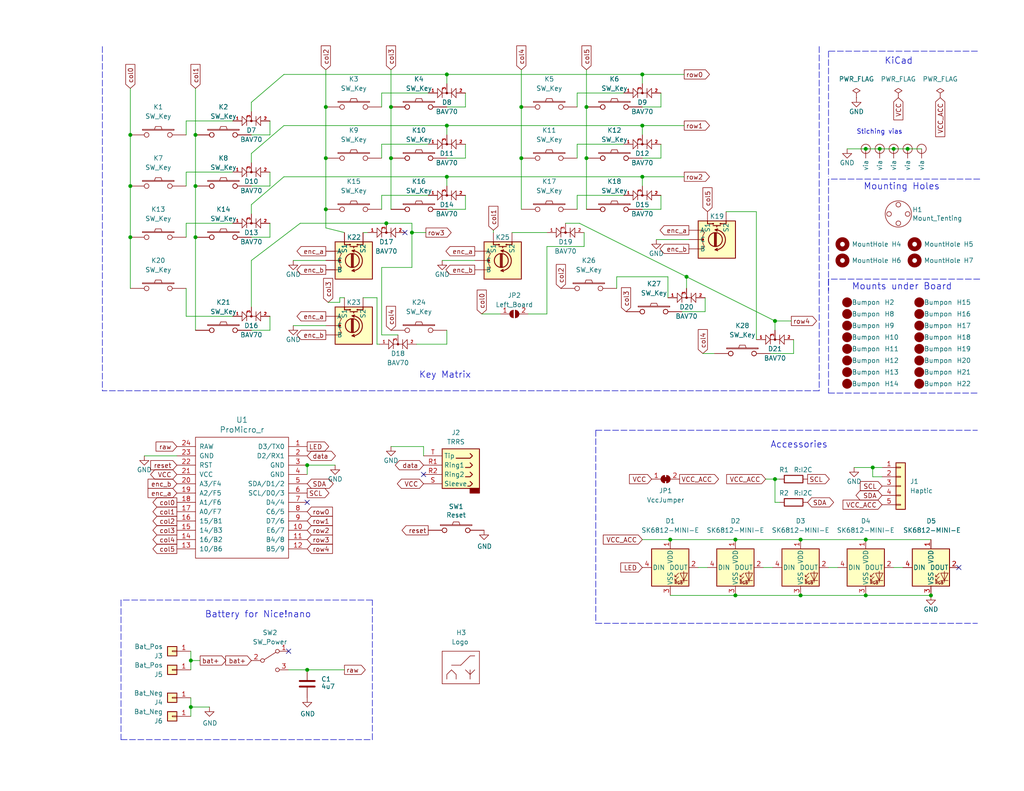
<source format=kicad_sch>
(kicad_sch (version 20211123) (generator eeschema)
  (paper "USLetter")
  (title_block (title "Hillside56 Keyboard") (date "2022-03-27") (rev "0.1.1") (company "mmccoyd") (comment 1 "The bottom row has a four-key arrow cluster and one encoder can be in any of four spots.") (comment 2 "A choc-spaced split keyboard with Ferris column stagger but more thumb and pinky keys."))
  (lib_symbols
    (symbol "Connector_Generic:Conn_01x01" (pin_names (offset 1.016) hide)
      (property "Reference" "J" (at 0 2.54 0))
      (property "Value" "Conn_01x01" (at 0 -2.54 0))
      (symbol "Conn_01x01_1_1"
        (pin passive line (at -5.08 0 0) (length 3.81) (name "Pin_1") (number "1"))
      )
    )
    (symbol "Connector_Generic:Conn_01x05" (pin_names (offset 1.016) hide)
      (property "Reference" "J" (at 0 7.62 0))
      (property "Value" "Conn_01x05" (at 0 -7.62 0))
      (symbol "Conn_01x05_1_1"
        (pin passive line (at -5.08 5.08 0) (length 3.81) (name "Pin_1") (number "1"))
        (pin passive line (at -5.08 2.54 0) (length 3.81) (name "Pin_2") (number "2"))
        (pin passive line (at -5.08 0 0) (length 3.81) (name "Pin_3") (number "3"))
        (pin passive line (at -5.08 -2.54 0) (length 3.81) (name "Pin_4") (number "4"))
        (pin passive line (at -5.08 -5.08 0) (length 3.81) (name "Pin_5") (number "5"))
      )
    )
    (symbol "Device:C" (pin_numbers hide) (pin_names (offset 0.254))
      (property "Reference" "C" (at 0.635 2.54 0))
      (property "Value" "C" (at 0.635 -2.54 0))
      (symbol "C_1_1"
        (pin passive line (at 0 3.81 270) (length 2.794) (name "~") (number "1"))
        (pin passive line (at 0 -3.81 90) (length 2.794) (name "~") (number "2"))
      )
    )
    (symbol "Device:R" (pin_numbers hide) (pin_names (offset 0))
      (property "Reference" "R" (at 2.032 0 90))
      (property "Value" "R" (at 0 0 90))
      (symbol "R_1_1"
        (pin passive line (at 0 3.81 270) (length 1.27) (name "~") (number "1"))
        (pin passive line (at 0 -3.81 90) (length 1.27) (name "~") (number "2"))
      )
    )
    (symbol "Jumper:SolderJumper_2_Bridged" (pin_names (offset 0) hide)
      (property "Reference" "JP" (at 0 2.032 0))
      (property "Value" "SolderJumper_2_Bridged" (at 0 -2.54 0))
      (symbol "SolderJumper_2_Bridged_1_1"
        (pin passive line (at -3.81 0 0) (length 2.54) (name "A") (number "1"))
        (pin passive line (at 3.81 0 180) (length 2.54) (name "B") (number "2"))
      )
    )
    (symbol "Jumper:SolderJumper_2_Open" (pin_names (offset 0) hide)
      (property "Reference" "JP" (at 0 2.032 0))
      (property "Value" "SolderJumper_2_Open" (at 0 -2.54 0))
      (symbol "SolderJumper_2_Open_1_1"
        (pin passive line (at -3.81 0 0) (length 2.54) (name "A") (number "1"))
        (pin passive line (at 3.81 0 180) (length 2.54) (name "B") (number "2"))
      )
    )
    (symbol "Mechanical:MountingHole" (pin_names (offset 1.016))
      (property "Reference" "H" (at 0 5.08 0))
      (property "Value" "MountingHole" (at 0 3.175 0))
    )
    (symbol "Switch:SW_SPDT" (pin_names (offset 0) hide)
      (property "Reference" "SW" (at 0 4.318 0))
      (property "Value" "SW_SPDT" (at 0 -5.08 0))
      (symbol "SW_SPDT_1_1"
        (pin passive line (at 5.08 2.54 180) (length 2.54) (name "A") (number "1"))
        (pin passive line (at -5.08 0 0) (length 2.54) (name "B") (number "2"))
        (pin passive line (at 5.08 -2.54 180) (length 2.54) (name "C") (number "3"))
      )
    )
    (symbol "hillside:Logo" (pin_names (offset 1.016))
      (property "Reference" "H" (at 0 -6.35 0))
      (property "Value" "Logo" (at 0 -3.81 0))
    )
    (symbol "hillside:Mount_Tenting" (pin_names (offset 1.016))
      (property "Reference" "H" (at 3.81 1.905 0))
      (property "Value" "Mount_Tenting" (at 3.81 -1.905 0))
    )
    (symbol "hillside:ProMicro_r" (pin_names (offset 1.016))
      (property "Reference" "U" (at 1.27 22.86 0))
      (property "Value" "ProMicro_r" (at 1.27 -15.24 0))
      (symbol "ProMicro_r_1_1"
        (pin bidirectional line (at 19.05 17.78 180) (length 5.08) (name "D3/TX0") (number "1"))
        (pin bidirectional line (at 19.05 -5.08 180) (length 5.08) (name "E6/7") (number "10"))
        (pin bidirectional line (at 19.05 -7.62 180) (length 5.08) (name "B4/8") (number "11"))
        (pin bidirectional line (at 19.05 -10.16 180) (length 5.08) (name "B5/9") (number "12"))
        (pin bidirectional line (at -16.51 -10.16 0) (length 5.08) (name "10/B6") (number "13"))
        (pin bidirectional line (at -16.51 -7.62 0) (length 5.08) (name "16/B2") (number "14"))
        (pin bidirectional line (at -16.51 -5.08 0) (length 5.08) (name "14/B3") (number "15"))
        (pin bidirectional line (at -16.51 -2.54 0) (length 5.08) (name "15/B1") (number "16"))
        (pin bidirectional line (at -16.51 0 0) (length 5.08) (name "A0/F7") (number "17"))
        (pin bidirectional line (at -16.51 2.54 0) (length 5.08) (name "A1/F6") (number "18"))
        (pin bidirectional line (at -16.51 5.08 0) (length 5.08) (name "A2/F5") (number "19"))
        (pin bidirectional line (at 19.05 15.24 180) (length 5.08) (name "D2/RX1") (number "2"))
        (pin bidirectional line (at -16.51 7.62 0) (length 5.08) (name "A3/F4") (number "20"))
        (pin power_in line (at -16.51 10.16 0) (length 5.08) (name "VCC") (number "21"))
        (pin input line (at -16.51 12.7 0) (length 5.08) (name "RST") (number "22"))
        (pin power_in line (at -16.51 15.24 0) (length 5.08) (name "GND") (number "23"))
        (pin power_out line (at -16.51 17.78 0) (length 5.08) (name "RAW") (number "24"))
        (pin power_in line (at 19.05 12.7 180) (length 5.08) (name "GND") (number "3"))
        (pin power_in line (at 19.05 10.16 180) (length 5.08) (name "GND") (number "4"))
        (pin bidirectional line (at 19.05 7.62 180) (length 5.08) (name "SDA/D1/2") (number "5"))
        (pin bidirectional line (at 19.05 5.08 180) (length 5.08) (name "SCL/D0/3") (number "6"))
        (pin bidirectional line (at 19.05 2.54 180) (length 5.08) (name "D4/4") (number "7"))
        (pin bidirectional line (at 19.05 0 180) (length 5.08) (name "C6/5") (number "8"))
        (pin bidirectional line (at 19.05 -2.54 180) (length 5.08) (name "D7/6") (number "9"))
      )
    )
    (symbol "hillside:SW_Key" (pin_numbers hide) (pin_names (offset 1.016) hide)
      (property "Reference" "K" (at 0 -1.016 0))
      (property "Value" "SW_Key" (at 0 -3.302 0))
      (symbol "SW_Key_0_1"
        (pin passive inverted (at -7.62 0 0) (length 5.08) (name "1") (number "1"))
        (pin passive inverted (at 7.62 0 180) (length 5.08) (name "2") (number "2"))
      )
    )
    (symbol "hillside:SW_PUSH" (pin_numbers hide) (pin_names (offset 1.016) hide)
      (property "Reference" "SW" (at 3.81 2.794 0))
      (property "Value" "SW_PUSH" (at 0 -2.032 0))
      (symbol "SW_PUSH_0_1"
        (pin passive inverted (at -7.62 0 0) (length 5.08) (name "1") (number "1"))
        (pin passive inverted (at 7.62 0 180) (length 5.08) (name "2") (number "2"))
      )
    )
    (symbol "hillside:SW_Rotary" (pin_numbers hide)
      (property "Reference" "K" (at 0 6.35 0))
      (symbol "SW_Rotary_1_1"
        (pin passive line (at -7.62 2.54 0) (length 2.54) (name "A") (number "A"))
        (pin passive line (at -7.62 -2.54 0) (length 2.54) (name "B") (number "B"))
        (pin passive line (at -7.62 0 0) (length 2.54) (name "C") (number "C"))
        (pin passive line (at -2.54 7.62 270) (length 2.54) (name "S1") (number "S1"))
        (pin passive line (at 2.54 7.62 270) (length 2.54) (name "S2") (number "S2"))
      )
    )
    (symbol "hillside:TRRS"
      (property "Reference" "J" (at 7.62 5.715 0))
      (property "Value" "TRRS" (at 6.985 -7.62 0))
      (symbol "TRRS_1_1"
        (pin passive line (at -2.54 0 0) (length 5.08) (name "Ring1") (number "R1"))
        (pin passive line (at -2.54 -2.54 0) (length 5.08) (name "Ring2") (number "R2"))
        (pin passive line (at -2.54 -5.08 0) (length 5.08) (name "Sleeve") (number "S"))
        (pin passive line (at -2.54 2.54 0) (length 5.08) (name "Tip") (number "T"))
      )
    )
    (symbol "hillside_basic:BAV70_Small" (pin_names (offset 0.762) hide)
      (property "Reference" "D" (at 0.635 -2.54 0))
      (property "Value" "BAV70_Small" (at 0 2.54 0))
      (symbol "BAV70_Small_1_1"
        (pin input line (at -5.08 0 0) (length 2.54) (name "A1") (number "1"))
        (pin input line (at 5.08 0 180) (length 2.54) (name "A2") (number "2"))
        (pin passive line (at 0 -2.54 90) (length 2.54) (name "K") (number "3"))
      )
    )
    (symbol "hillside_basic:Bumpon" (in_bom no)
      (property "Reference" "H" (at 10.16 0 0))
      (property "Value" "Bumpon" (at 1.27 0 0))
    )
    (symbol "hillside_basic:SK6812-MINI-E" (pin_names (offset 0.254))
      (property "Reference" "D" (at 5.08 5.715 0))
      (property "Value" "SK6812-MINI-E" (at 1.27 -5.715 0))
      (symbol "SK6812-MINI-E_0_0"
        (text "RGB" (at 2.286 -4.191 0) (effects (font (size 0.762 0.762))))
      )
      (symbol "SK6812-MINI-E_1_1"
        (pin power_in line (at 0 7.62 270) (length 2.54) (name "VDD") (number "1"))
        (pin output line (at 7.62 0 180) (length 2.54) (name "DOUT") (number "2"))
        (pin power_in line (at 0 -7.62 90) (length 2.54) (name "VSS") (number "3"))
        (pin input line (at -7.62 0 0) (length 2.54) (name "DIN") (number "4"))
      )
    )
    (symbol "hillside_basic:Via" (pin_numbers hide)
      (symbol "Via_1_1"
        (pin passive line (at 0 0 0) (length 2.54) (name "via") (number "1"))
      )
    )
    (symbol "power:GND" (power) (pin_names (offset 0))
      (property "Value" "GND" (at 0 -3.81 0))
      (symbol "GND_1_1"
        (pin power_in line (at 0 0 270) (length 0) hide (name "GND") (number "1"))
      )
    )
    (symbol "power:PWR_FLAG" (power) (pin_numbers hide) (pin_names (offset 0) hide)
      (property "Value" "PWR_FLAG" (at 0 3.81 0))
      (symbol "PWR_FLAG_0_0"
        (pin power_out line (at 0 0 90) (length 0) (name "pwr") (number "1"))
      )
    )
  )
  (junction (at 106.68 29.21))
  (junction (at 236.22 147.32))
  (junction (at 121.92 48.26))
  (junction (at 218.44 147.32))
  (junction (at 83.82 182.88))
  (junction (at 121.92 20.32))
  (junction (at 211.455 87.63))
  (junction (at 200.66 147.32))
  (junction (at 236.22 162.56))
  (junction (at 53.34 50.8))
  (junction (at 175.26 48.26))
  (junction (at 211.455 130.81))
  (junction (at 187.325 75.565))
  (junction (at 243.84 40.64))
  (junction (at 200.66 162.56))
  (junction (at 83.82 127))
  (junction (at 160.02 43.18))
  (junction (at 88.9 29.21))
  (junction (at 52.07 180.34))
  (junction (at 88.9 43.18))
  (junction (at 238.125 127.635))
  (junction (at 182.88 147.32))
  (junction (at 112.395 63.5))
  (junction (at 35.56 50.8))
  (junction (at 105.41 60.96))
  (junction (at 142.24 43.18))
  (junction (at 53.34 36.83))
  (junction (at 106.68 43.18))
  (junction (at 88.9 57.15))
  (junction (at 254 162.56))
  (junction (at 175.26 20.32))
  (junction (at 121.92 34.29))
  (junction (at 175.26 34.29))
  (junction (at 160.02 29.21))
  (junction (at 247.65 40.64))
  (junction (at 35.56 36.83))
  (junction (at 53.34 64.77))
  (junction (at 142.24 29.21))
  (junction (at 52.07 193.04))
  (junction (at 240.03 40.64))
  (junction (at 35.56 64.77))
  (junction (at 218.44 162.56))
  (junction (at 236.22 40.64))
  (no_connect (at 261.62 154.94))
  (no_connect (at 115.57 129.54))
  (no_connect (at 110.49 63.5))
  (no_connect (at 83.82 137.16))
  (no_connect (at 78.74 177.8))
  (wire (pts (xy 68.58 71.12) (xy 68.58 83.82)))
  (wire (pts (xy 198.12 57.785) (xy 206.375 57.785)))
  (wire (pts (xy 88.9 19.05) (xy 88.9 29.21)))
  (wire (pts (xy 68.58 27.94) (xy 77.47 20.32)))
  (wire (pts (xy 157.48 39.37) (xy 170.18 39.37)))
  (wire (pts (xy 106.68 19.05) (xy 106.68 29.21)))
  (wire (pts (xy 81.915 60.96) (xy 105.41 60.96)))
  (wire (pts (xy 127 29.21) (xy 121.92 29.21)))
  (polyline (pts (xy 162.56 170.18) (xy 266.7 170.18)))
  (wire (pts (xy 149.225 85.725) (xy 144.145 85.725)))
  (wire (pts (xy 73.66 46.99) (xy 73.66 50.8)))
  (wire (pts (xy 180.34 29.21) (xy 180.34 25.4)))
  (wire (pts (xy 120.65 71.12) (xy 129.54 71.12)))
  (wire (pts (xy 175.26 147.32) (xy 182.88 147.32)))
  (wire (pts (xy 53.34 36.83) (xy 53.34 50.8)))
  (wire (pts (xy 53.34 50.8) (xy 53.34 64.77)))
  (polyline (pts (xy 223.52 12.7) (xy 223.52 106.68)))
  (wire (pts (xy 142.24 57.15) (xy 142.24 43.18)))
  (wire (pts (xy 182.245 75.565) (xy 182.245 81.28)))
  (wire (pts (xy 131.445 85.725) (xy 136.525 85.725)))
  (wire (pts (xy 78.74 182.88) (xy 83.82 182.88)))
  (wire (pts (xy 212.725 130.81) (xy 211.455 130.81)))
  (wire (pts (xy 83.82 129.54) (xy 83.82 127)))
  (wire (pts (xy 121.92 50.8) (xy 121.92 48.26)))
  (wire (pts (xy 180.34 43.18) (xy 175.26 43.18)))
  (wire (pts (xy 112.395 60.96) (xy 112.395 63.5)))
  (polyline (pts (xy 162.56 117.475) (xy 266.7 117.475)))
  (wire (pts (xy 106.68 121.92) (xy 115.57 121.92)))
  (wire (pts (xy 134.62 62.865) (xy 134.62 63.5)))
  (wire (pts (xy 236.22 147.32) (xy 254 147.32)))
  (wire (pts (xy 218.44 147.32) (xy 236.22 147.32)))
  (wire (pts (xy 206.375 92.71) (xy 206.375 57.785)))
  (wire (pts (xy 88.9 57.15) (xy 88.9 43.18)))
  (wire (pts (xy 104.14 25.4) (xy 116.84 25.4)))
  (wire (pts (xy 158.115 60.96) (xy 187.325 75.565)))
  (wire (pts (xy 50.8 86.36) (xy 63.5 86.36)))
  (wire (pts (xy 73.66 64.77) (xy 68.58 64.77)))
  (wire (pts (xy 35.56 36.83) (xy 35.56 50.8)))
  (wire (pts (xy 121.92 22.86) (xy 121.92 20.32)))
  (wire (pts (xy 182.88 147.32) (xy 200.66 147.32)))
  (wire (pts (xy 106.68 29.21) (xy 106.68 43.18)))
  (polyline (pts (xy 101.6 163.83) (xy 33.02 163.83)))
  (wire (pts (xy 211.455 87.63) (xy 211.455 90.17)))
  (wire (pts (xy 216.535 96.52) (xy 210.185 96.52)))
  (wire (pts (xy 80.01 71.12) (xy 88.9 71.12)))
  (wire (pts (xy 68.58 55.88) (xy 77.47 48.26)))
  (wire (pts (xy 191.77 96.52) (xy 194.945 96.52)))
  (wire (pts (xy 157.48 29.21) (xy 157.48 25.4)))
  (wire (pts (xy 68.58 27.94) (xy 68.58 30.48)))
  (wire (pts (xy 159.385 67.31) (xy 149.225 67.31)))
  (wire (pts (xy 127 43.18) (xy 127 39.37)))
  (wire (pts (xy 180.34 53.34) (xy 180.34 57.15)))
  (wire (pts (xy 238.125 130.175) (xy 238.125 127.635)))
  (wire (pts (xy 104.14 57.15) (xy 104.14 53.34)))
  (wire (pts (xy 175.26 22.86) (xy 175.26 20.32)))
  (polyline (pts (xy 267.335 48.895) (xy 226.06 48.895)))
  (wire (pts (xy 35.56 24.13) (xy 35.56 36.83)))
  (wire (pts (xy 68.58 41.91) (xy 68.58 44.45)))
  (polyline (pts (xy 33.02 163.83) (xy 33.02 201.93)))
  (wire (pts (xy 77.47 20.32) (xy 121.92 20.32)))
  (wire (pts (xy 73.66 90.17) (xy 68.58 90.17)))
  (wire (pts (xy 112.395 63.5) (xy 112.395 73.025)))
  (wire (pts (xy 216.535 92.71) (xy 216.535 96.52)))
  (wire (pts (xy 52.07 190.5) (xy 52.07 193.04)))
  (wire (pts (xy 157.48 25.4) (xy 170.18 25.4)))
  (wire (pts (xy 99.06 81.28) (xy 102.87 81.28)))
  (wire (pts (xy 187.325 75.565) (xy 211.455 87.63)))
  (wire (pts (xy 83.82 127) (xy 91.44 127)))
  (wire (pts (xy 240.665 130.175) (xy 238.125 130.175)))
  (wire (pts (xy 35.56 64.77) (xy 35.56 78.74)))
  (polyline (pts (xy 226.06 48.895) (xy 226.06 79.375)))
  (wire (pts (xy 77.47 48.26) (xy 121.92 48.26)))
  (wire (pts (xy 121.92 43.18) (xy 127 43.18)))
  (polyline (pts (xy 101.6 201.93) (xy 101.6 163.83)))
  (wire (pts (xy 157.48 43.18) (xy 157.48 39.37)))
  (wire (pts (xy 83.82 182.88) (xy 93.98 182.88)))
  (wire (pts (xy 112.395 63.5) (xy 116.205 63.5)))
  (wire (pts (xy 115.57 121.92) (xy 115.57 124.46)))
  (wire (pts (xy 247.65 40.64) (xy 251.46 40.64)))
  (wire (pts (xy 218.44 162.56) (xy 236.22 162.56)))
  (wire (pts (xy 236.22 40.64) (xy 240.03 40.64)))
  (wire (pts (xy 175.26 36.83) (xy 175.26 34.29)))
  (wire (pts (xy 102.87 93.98) (xy 103.505 93.98)))
  (wire (pts (xy 211.455 87.63) (xy 215.9 87.63)))
  (wire (pts (xy 73.66 50.8) (xy 68.58 50.8)))
  (wire (pts (xy 127 57.15) (xy 127 53.34)))
  (wire (pts (xy 243.84 154.94) (xy 246.38 154.94)))
  (polyline (pts (xy 27.94 12.7) (xy 27.94 106.68)))
  (wire (pts (xy 160.02 43.18) (xy 160.02 57.15)))
  (wire (pts (xy 200.66 162.56) (xy 218.44 162.56)))
  (wire (pts (xy 53.34 64.77) (xy 53.34 90.17)))
  (wire (pts (xy 104.14 53.34) (xy 116.84 53.34)))
  (wire (pts (xy 73.66 60.96) (xy 73.66 64.77)))
  (wire (pts (xy 89.535 82.55) (xy 92.71 82.55)))
  (wire (pts (xy 121.92 48.26) (xy 175.26 48.26)))
  (wire (pts (xy 88.9 62.23) (xy 88.9 57.15)))
  (wire (pts (xy 52.07 193.04) (xy 57.15 193.04)))
  (wire (pts (xy 186.69 20.32) (xy 175.26 20.32)))
  (wire (pts (xy 180.34 39.37) (xy 180.34 43.18)))
  (polyline (pts (xy 266.7 13.97) (xy 226.06 13.97)))
  (wire (pts (xy 187.325 75.565) (xy 187.325 78.74)))
  (wire (pts (xy 168.275 78.74) (xy 168.275 75.565)))
  (wire (pts (xy 112.395 60.96) (xy 105.41 60.96)))
  (wire (pts (xy 236.22 162.56) (xy 254 162.56)))
  (polyline (pts (xy 267.335 76.2) (xy 226.06 76.2)))
  (wire (pts (xy 92.71 82.55) (xy 92.71 81.28)))
  (polyline (pts (xy 33.02 201.93) (xy 101.6 201.93)))
  (polyline (pts (xy 226.06 13.97) (xy 226.06 48.26)))
  (wire (pts (xy 139.7 63.5) (xy 149.225 63.5)))
  (wire (pts (xy 208.28 154.94) (xy 210.82 154.94)))
  (wire (pts (xy 142.24 19.05) (xy 142.24 29.21)))
  (wire (pts (xy 149.225 67.31) (xy 149.225 85.725)))
  (wire (pts (xy 238.125 127.635) (xy 233.045 127.635)))
  (wire (pts (xy 127 29.21) (xy 127 25.4)))
  (wire (pts (xy 52.07 193.04) (xy 52.07 195.58)))
  (wire (pts (xy 243.84 40.64) (xy 247.65 40.64)))
  (wire (pts (xy 186.055 85.09) (xy 192.405 85.09)))
  (wire (pts (xy 99.06 63.5) (xy 100.33 63.5)))
  (wire (pts (xy 192.405 85.09) (xy 192.405 81.28)))
  (wire (pts (xy 50.8 46.99) (xy 63.5 46.99)))
  (wire (pts (xy 154.305 60.96) (xy 158.115 60.96)))
  (wire (pts (xy 80.01 88.9) (xy 88.9 88.9)))
  (wire (pts (xy 200.66 147.32) (xy 218.44 147.32)))
  (polyline (pts (xy 226.06 107.315) (xy 266.7 107.315)))
  (wire (pts (xy 211.455 130.81) (xy 211.455 137.16)))
  (wire (pts (xy 68.58 71.12) (xy 81.915 60.96)))
  (polyline (pts (xy 162.56 117.475) (xy 162.56 170.18)))
  (wire (pts (xy 52.07 180.34) (xy 52.07 182.88)))
  (wire (pts (xy 121.92 93.98) (xy 121.92 90.17)))
  (wire (pts (xy 50.8 50.8) (xy 50.8 46.99)))
  (wire (pts (xy 35.56 50.8) (xy 35.56 64.77)))
  (wire (pts (xy 121.92 36.83) (xy 121.92 34.29)))
  (wire (pts (xy 50.8 60.96) (xy 63.5 60.96)))
  (wire (pts (xy 53.34 24.13) (xy 53.34 36.83)))
  (wire (pts (xy 50.8 36.83) (xy 50.8 33.02)))
  (wire (pts (xy 186.69 48.26) (xy 175.26 48.26)))
  (wire (pts (xy 68.58 41.91) (xy 77.47 34.29)))
  (wire (pts (xy 182.88 162.56) (xy 200.66 162.56)))
  (wire (pts (xy 88.9 62.23) (xy 93.98 63.5)))
  (wire (pts (xy 116.84 39.37) (xy 104.14 39.37)))
  (wire (pts (xy 175.26 29.21) (xy 180.34 29.21)))
  (wire (pts (xy 50.8 33.02) (xy 63.5 33.02)))
  (wire (pts (xy 142.24 43.18) (xy 142.24 29.21)))
  (wire (pts (xy 160.02 29.21) (xy 160.02 43.18)))
  (wire (pts (xy 121.92 20.32) (xy 175.26 20.32)))
  (wire (pts (xy 88.9 43.18) (xy 88.9 29.21)))
  (wire (pts (xy 211.455 137.16) (xy 212.725 137.16)))
  (wire (pts (xy 50.8 64.77) (xy 50.8 60.96)))
  (wire (pts (xy 48.26 124.46) (xy 39.37 124.46)))
  (wire (pts (xy 170.18 53.34) (xy 157.48 53.34)))
  (wire (pts (xy 52.07 177.8) (xy 52.07 180.34)))
  (wire (pts (xy 179.07 65.405) (xy 187.96 65.405)))
  (wire (pts (xy 231.14 40.64) (xy 236.22 40.64)))
  (wire (pts (xy 121.92 57.15) (xy 127 57.15)))
  (polyline (pts (xy 226.06 76.2) (xy 226.06 107.315)))
  (wire (pts (xy 73.66 36.83) (xy 68.58 36.83)))
  (wire (pts (xy 121.92 34.29) (xy 175.26 34.29)))
  (wire (pts (xy 190.5 154.94) (xy 193.04 154.94)))
  (wire (pts (xy 104.14 29.21) (xy 104.14 25.4)))
  (wire (pts (xy 92.71 81.28) (xy 93.98 81.28)))
  (wire (pts (xy 104.14 91.44) (xy 108.585 91.44)))
  (wire (pts (xy 180.34 57.15) (xy 175.26 57.15)))
  (wire (pts (xy 52.07 180.34) (xy 54.61 180.34)))
  (wire (pts (xy 160.02 19.05) (xy 160.02 29.21)))
  (wire (pts (xy 238.125 127.635) (xy 240.665 127.635)))
  (wire (pts (xy 50.8 78.74) (xy 50.8 86.36)))
  (polyline (pts (xy 223.52 106.68) (xy 27.94 106.68)))
  (wire (pts (xy 226.06 154.94) (xy 228.6 154.94)))
  (wire (pts (xy 168.275 75.565) (xy 182.245 75.565)))
  (wire (pts (xy 112.395 73.025) (xy 104.14 73.025)))
  (wire (pts (xy 175.26 34.29) (xy 186.69 34.29)))
  (wire (pts (xy 102.87 81.28) (xy 102.87 93.98)))
  (wire (pts (xy 113.665 93.98) (xy 121.92 93.98)))
  (wire (pts (xy 157.48 57.15) (xy 157.48 53.34)))
  (wire (pts (xy 73.66 33.02) (xy 73.66 36.83)))
  (wire (pts (xy 175.26 48.26) (xy 175.26 50.8)))
  (wire (pts (xy 159.385 63.5) (xy 159.385 67.31)))
  (wire (pts (xy 104.14 73.025) (xy 104.14 91.44)))
  (wire (pts (xy 104.14 43.18) (xy 104.14 39.37)))
  (wire (pts (xy 240.03 40.64) (xy 243.84 40.64)))
  (wire (pts (xy 68.58 55.88) (xy 68.58 58.42)))
  (wire (pts (xy 77.47 34.29) (xy 121.92 34.29)))
  (wire (pts (xy 106.68 43.18) (xy 106.68 57.15)))
  (wire (pts (xy 211.455 130.81) (xy 208.915 130.81)))
  (wire (pts (xy 73.66 86.36) (xy 73.66 90.17)))
  (text "KiCad" (at 241.3 17.78 0) (effects (font (size 1.778 1.778)) (justify left bottom)))
  (text "Mounting Holes" (at 235.585 52.07 0) (effects (font (size 1.78 1.78)) (justify left bottom)))
  (text "Key Matrix" (at 114.3 103.505 0) (effects (font (size 1.778 1.778)) (justify left bottom)))
  (text "Battery for Nice!nano" (at 55.88 168.91 0) (effects (font (size 1.778 1.778)) (justify left bottom)))
  (text "Stiching vias" (at 233.68 36.83 0) (effects (font (size 1.27 1.27)) (justify left bottom)))
  (text "Mounts under Board" (at 232.41 79.375 0) (effects (font (size 1.78 1.78)) (justify left bottom)))
  (text "Accessories" (at 210.185 122.555 0) (effects (font (size 1.778 1.778)) (justify left bottom)))
  (global_label "row1" (shape input) (at 83.82 142.24 0) (property "Intersheet References" "${INTERSHEET_REFS}" (effects hide)))
  (global_label "enc_a" (shape input) (at 48.26 134.62 180) (property "Intersheet References" "${INTERSHEET_REFS}" (effects hide)))
  (global_label "col5" (shape output) (at 48.26 149.86 180) (property "Intersheet References" "${INTERSHEET_REFS}" (effects hide)))
  (global_label "col4" (shape input) (at 191.77 96.52 90) (property "Intersheet References" "${INTERSHEET_REFS}" (effects hide)))
  (global_label "VCC" (shape bidirectional) (at 115.57 132.08 180) (property "Intersheet References" "${INTERSHEET_REFS}" (effects hide)))
  (global_label "col0" (shape input) (at 131.445 85.725 90) (property "Intersheet References" "${INTERSHEET_REFS}" (effects hide)))
  (global_label "enc_b" (shape output) (at 129.54 73.66 180) (property "Intersheet References" "${INTERSHEET_REFS}" (effects hide)))
  (global_label "VCC" (shape input) (at 245.11 26.67 270) (property "Intersheet References" "${INTERSHEET_REFS}" (effects hide)))
  (global_label "reset" (shape input) (at 48.26 127 180) (property "Intersheet References" "${INTERSHEET_REFS}" (effects hide)))
  (global_label "row0" (shape input) (at 83.82 139.7 0) (property "Intersheet References" "${INTERSHEET_REFS}" (effects hide)))
  (global_label "col2" (shape output) (at 48.26 142.24 180) (property "Intersheet References" "${INTERSHEET_REFS}" (effects hide)))
  (global_label "VCC_ACC" (shape output) (at 185.42 130.81 0) (property "Intersheet References" "${INTERSHEET_REFS}" (effects hide)))
  (global_label "SCL" (shape input) (at 240.665 132.715 180) (property "Intersheet References" "${INTERSHEET_REFS}" (effects hide)))
  (global_label "col3" (shape input) (at 89.535 82.55 90) (property "Intersheet References" "${INTERSHEET_REFS}" (effects hide)))
  (global_label "col4" (shape output) (at 48.26 147.32 180) (property "Intersheet References" "${INTERSHEET_REFS}" (effects hide)))
  (global_label "enc_a" (shape output) (at 88.9 86.36 180) (property "Intersheet References" "${INTERSHEET_REFS}" (effects hide)))
  (global_label "enc_b" (shape output) (at 88.9 91.44 180) (property "Intersheet References" "${INTERSHEET_REFS}" (effects hide)))
  (global_label "VCC" (shape bidirectional) (at 48.26 129.54 180) (property "Intersheet References" "${INTERSHEET_REFS}" (effects hide)))
  (global_label "row2" (shape input) (at 83.82 144.78 0) (property "Intersheet References" "${INTERSHEET_REFS}" (effects hide)))
  (global_label "col5" (shape input) (at 193.04 57.785 90) (property "Intersheet References" "${INTERSHEET_REFS}" (effects hide)))
  (global_label "VCC_ACC" (shape input) (at 240.665 137.795 180) (property "Intersheet References" "${INTERSHEET_REFS}" (effects hide)))
  (global_label "SDA" (shape bidirectional) (at 220.345 137.16 0) (property "Intersheet References" "${INTERSHEET_REFS}" (effects hide)))
  (global_label "row4" (shape output) (at 215.9 87.63 0) (property "Intersheet References" "${INTERSHEET_REFS}" (effects hide)))
  (global_label "row4" (shape input) (at 83.82 149.86 0) (property "Intersheet References" "${INTERSHEET_REFS}" (effects hide)))
  (global_label "SDA" (shape bidirectional) (at 83.82 132.08 0) (property "Intersheet References" "${INTERSHEET_REFS}" (effects hide)))
  (global_label "raw" (shape input) (at 48.26 121.92 180) (property "Intersheet References" "${INTERSHEET_REFS}" (effects hide)))
  (global_label "col3" (shape input) (at 106.68 19.05 90) (property "Intersheet References" "${INTERSHEET_REFS}" (effects hide)))
  (global_label "row3" (shape output) (at 116.205 63.5 0) (property "Intersheet References" "${INTERSHEET_REFS}" (effects hide)))
  (global_label "col1" (shape output) (at 48.26 139.7 180) (property "Intersheet References" "${INTERSHEET_REFS}" (effects hide)))
  (global_label "col2" (shape input) (at 88.9 19.05 90) (property "Intersheet References" "${INTERSHEET_REFS}" (effects hide)))
  (global_label "SCL" (shape output) (at 83.82 134.62 0) (property "Intersheet References" "${INTERSHEET_REFS}" (effects hide)))
  (global_label "col5" (shape input) (at 160.02 19.05 90) (property "Intersheet References" "${INTERSHEET_REFS}" (effects hide)))
  (global_label "LED" (shape input) (at 175.26 154.94 180) (property "Intersheet References" "${INTERSHEET_REFS}" (effects hide)))
  (global_label "enc_b" (shape output) (at 88.9 73.66 180) (property "Intersheet References" "${INTERSHEET_REFS}" (effects hide)))
  (global_label "col4" (shape input) (at 142.24 19.05 90) (property "Intersheet References" "${INTERSHEET_REFS}" (effects hide)))
  (global_label "SCL" (shape output) (at 220.345 130.81 0) (property "Intersheet References" "${INTERSHEET_REFS}" (effects hide)))
  (global_label "row0" (shape output) (at 186.69 20.32 0) (property "Intersheet References" "${INTERSHEET_REFS}" (effects hide)))
  (global_label "enc_a" (shape output) (at 187.96 62.865 180) (property "Intersheet References" "${INTERSHEET_REFS}" (effects hide)))
  (global_label "LED" (shape output) (at 83.82 121.92 0) (property "Intersheet References" "${INTERSHEET_REFS}" (effects hide)))
  (global_label "enc_a" (shape output) (at 129.54 68.58 180) (property "Intersheet References" "${INTERSHEET_REFS}" (effects hide)))
  (global_label "enc_b" (shape input) (at 48.26 132.08 180) (property "Intersheet References" "${INTERSHEET_REFS}" (effects hide)))
  (global_label "row2" (shape output) (at 186.69 48.26 0) (property "Intersheet References" "${INTERSHEET_REFS}" (effects hide)))
  (global_label "col1" (shape input) (at 134.62 62.865 90) (property "Intersheet References" "${INTERSHEET_REFS}" (effects hide)))
  (global_label "col4" (shape input) (at 106.68 90.17 90) (property "Intersheet References" "${INTERSHEET_REFS}" (effects hide)))
  (global_label "col2" (shape input) (at 153.035 78.74 90) (property "Intersheet References" "${INTERSHEET_REFS}" (effects hide)))
  (global_label "col3" (shape output) (at 48.26 144.78 180) (property "Intersheet References" "${INTERSHEET_REFS}" (effects hide)))
  (global_label "reset" (shape output) (at 116.84 144.78 180) (property "Intersheet References" "${INTERSHEET_REFS}" (effects hide)))
  (global_label "enc_b" (shape output) (at 187.96 67.945 180) (property "Intersheet References" "${INTERSHEET_REFS}" (effects hide)))
  (global_label "col0" (shape output) (at 48.26 137.16 180) (property "Intersheet References" "${INTERSHEET_REFS}" (effects hide)))
  (global_label "row3" (shape input) (at 83.82 147.32 0) (property "Intersheet References" "${INTERSHEET_REFS}" (effects hide)))
  (global_label "enc_a" (shape output) (at 88.9 68.58 180) (property "Intersheet References" "${INTERSHEET_REFS}" (effects hide)))
  (global_label "VCC_ACC" (shape input) (at 175.26 147.32 180) (property "Intersheet References" "${INTERSHEET_REFS}" (effects hide)))
  (global_label "VCC" (shape input) (at 177.8 130.81 180) (property "Intersheet References" "${INTERSHEET_REFS}" (effects hide)))
  (global_label "raw" (shape output) (at 93.98 182.88 0) (property "Intersheet References" "${INTERSHEET_REFS}" (effects hide)))
  (global_label "VCC_ACC" (shape input) (at 208.915 130.81 180) (property "Intersheet References" "${INTERSHEET_REFS}" (effects hide)))
  (global_label "bat+" (shape input) (at 68.58 180.34 180) (property "Intersheet References" "${INTERSHEET_REFS}" (effects hide)))
  (global_label "col3" (shape input) (at 170.815 85.09 90) (property "Intersheet References" "${INTERSHEET_REFS}" (effects hide)))
  (global_label "VCC_ACC" (shape input) (at 256.54 26.67 270) (property "Intersheet References" "${INTERSHEET_REFS}" (effects hide)))
  (global_label "bat+" (shape output) (at 54.61 180.34 0) (property "Intersheet References" "${INTERSHEET_REFS}" (effects hide)))
  (global_label "SDA" (shape bidirectional) (at 240.665 135.255 180) (property "Intersheet References" "${INTERSHEET_REFS}" (effects hide)))
  (global_label "col0" (shape input) (at 35.56 24.13 90) (property "Intersheet References" "${INTERSHEET_REFS}" (effects hide)))
  (global_label "data" (shape bidirectional) (at 115.57 127 180) (property "Intersheet References" "${INTERSHEET_REFS}" (effects hide)))
  (global_label "row1" (shape output) (at 186.69 34.29 0) (property "Intersheet References" "${INTERSHEET_REFS}" (effects hide)))
  (global_label "data" (shape bidirectional) (at 83.82 124.46 0) (property "Intersheet References" "${INTERSHEET_REFS}" (effects hide)))
  (global_label "col1" (shape input) (at 53.34 24.13 90) (property "Intersheet References" "${INTERSHEET_REFS}" (effects hide)))
  (symbol (lib_id "hillside:SW_PUSH") (at 124.46 144.78 0) (unit 1)
    (property "Reference" "SW1" (at 124.46 138.303 0))
    (property "Value" "Reset" (at 124.46 140.6144 0))
    (property "Footprint" "hillside_basic:SW_SPST_SKQG_WithStem" (effects hide))
  )
  (symbol (lib_id "power:GND") (at 132.08 144.78 0) (unit 1)
    (property "Reference" "#PWR04" (effects hide))
    (property "Value" "GND" (at 132.207 149.1742 0))
  )
  (symbol (lib_id "hillside_basic:SK6812-MINI-E") (at 182.88 154.94 0) (unit 1)
    (property "Reference" "D1" (at 182.88 142.24 0))
    (property "Value" "SK6812-MINI-E" (at 182.88 144.78 0))
    (property "Footprint" "hillside_basic:SK6812-MINI-E" (effects hide))
    (property "Datasheet" "https://cdn-shop.adafruit.com/datasheets/WS2812B.pdf" (effects hide))
  )
  (symbol (lib_id "hillside_basic:SK6812-MINI-E") (at 200.66 154.94 0) (unit 1)
    (property "Reference" "D2" (at 200.66 142.24 0))
    (property "Value" "SK6812-MINI-E" (at 200.66 144.78 0))
    (property "Footprint" "hillside_basic:SK6812-MINI-E" (effects hide))
    (property "Datasheet" "https://cdn-shop.adafruit.com/datasheets/WS2812B.pdf" (effects hide))
  )
  (symbol (lib_id "power:GND") (at 233.68 26.67 0) (unit 1)
    (property "Reference" "#PWR06" (effects hide))
    (property "Value" "GND" (at 233.68 30.48 0))
  )
  (symbol (lib_id "power:GND") (at 254 162.56 0) (unit 1)
    (property "Reference" "#PWR05" (effects hide))
    (property "Value" "GND" (at 254 166.37 0))
  )
  (symbol (lib_id "hillside:Mount_Tenting") (at 245.11 58.42 0) (unit 1)
    (property "Reference" "H1" (at 248.92 56.515 0) (effects (justify left top)))
    (property "Value" "Mount_Tenting" (at 248.92 60.325 0) (effects (justify left bottom)))
    (property "Footprint" "hillside:Tenting_Puck" (effects hide))
  )
  (symbol (lib_id "hillside_basic:SK6812-MINI-E") (at 218.44 154.94 0) (unit 1)
    (property "Reference" "D3" (at 218.44 142.24 0))
    (property "Value" "SK6812-MINI-E" (at 218.44 144.78 0))
    (property "Footprint" "hillside_basic:SK6812-MINI-E" (effects hide))
    (property "Datasheet" "https://cdn-shop.adafruit.com/datasheets/WS2812B.pdf" (effects hide))
  )
  (symbol (lib_id "hillside_basic:SK6812-MINI-E") (at 236.22 154.94 0) (unit 1)
    (property "Reference" "D4" (at 236.22 142.24 0))
    (property "Value" "SK6812-MINI-E" (at 236.22 144.78 0))
    (property "Footprint" "hillside_basic:SK6812-MINI-E" (effects hide))
    (property "Datasheet" "https://cdn-shop.adafruit.com/datasheets/WS2812B.pdf" (effects hide))
  )
  (symbol (lib_id "hillside:SW_Rotary") (at 96.52 71.12 0) (unit 1)
    (property "Reference" "K22" (at 94.615 64.77 0) (effects (justify left)))
    (property "Value" "SW_Rotary" (effects hide))
    (property "Footprint" "hillside:pg1350-DR_rotary_hotswap" (effects hide))
  )
  (symbol (lib_id "power:GND") (at 80.01 71.12 0) (unit 1)
    (property "Reference" "#PWR0101" (effects hide))
    (property "Value" "GND" (at 80.01 74.93 0))
  )
  (symbol (lib_id "hillside_basic:SK6812-MINI-E") (at 254 154.94 0) (unit 1)
    (property "Reference" "D5" (at 252.73 142.24 0) (effects (justify left)))
    (property "Value" "SK6812-MINI-E" (at 246.38 144.78 0) (effects (justify left)))
    (property "Footprint" "hillside_basic:SK6812-MINI-E" (effects hide))
    (property "Datasheet" "https://cdn-shop.adafruit.com/datasheets/WS2812B.pdf" (effects hide))
  )
  (symbol (lib_id "hillside_basic:Via") (at 240.03 40.64 270) (unit 1)
    (property "Reference" "V2" (effects hide))
    (property "Value" "Via" (effects hide))
    (property "Footprint" "hillside_basic:VIA-0.8mm" (effects hide))
  )
  (symbol (lib_id "power:GND") (at 231.14 40.64 0) (unit 1)
    (property "Reference" "#PWR0102" (effects hide))
    (property "Value" "GND" (at 231.14 44.45 0))
  )
  (symbol (lib_id "hillside:ProMicro_r") (at 64.77 139.7 0) (unit 1)
    (property "Reference" "U1" (at 66.04 114.6302 0) (effects (font (size 1.524 1.524))))
    (property "Value" "ProMicro_r" (at 66.04 117.3226 0) (effects (font (size 1.524 1.524))))
    (property "Footprint" "hillside:ProMicro_v2" (effects hide))
  )
  (symbol (lib_id "Connector_Generic:Conn_01x05") (at 245.745 132.715 0) (unit 1)
    (property "Reference" "J1" (at 248.285 131.445 0) (effects (justify left)))
    (property "Value" "Haptic" (at 248.285 133.985 0) (effects (justify left)))
    (property "Footprint" "hillside:Pimoroni_Haptic" (effects hide))
  )
  (symbol (lib_id "hillside:SW_Key") (at 43.18 64.77 0) (unit 1)
    (property "Reference" "K13" (at 43.18 57.15 0))
    (property "Value" "SW_Key" (at 43.18 59.69 0))
    (property "Footprint" "hillside:pg1350-R_hotswap" (effects hide))
  )
  (symbol (lib_id "hillside:SW_Key") (at 60.96 64.77 0) (unit 1)
    (property "Reference" "K14" (at 60.96 57.15 0))
    (property "Value" "SW_Key" (at 60.96 59.69 0))
    (property "Footprint" "hillside:pg1350-R_hotswap" (effects hide))
  )
  (symbol (lib_id "hillside:SW_Key") (at 202.565 96.52 0) (unit 1)
    (property "Reference" "K28" (at 202.565 88.9 0))
    (property "Value" "SW_Key" (at 202.565 91.44 0))
    (property "Footprint" "hillside:pg1350-R_hotswap" (effects hide))
  )
  (symbol (lib_id "hillside:SW_Key") (at 96.52 43.18 0) (unit 1)
    (property "Reference" "K9" (at 96.52 35.56 0))
    (property "Value" "SW_Key" (at 96.52 38.1 0))
    (property "Footprint" "hillside:pg1350-R_hotswap" (effects hide))
  )
  (symbol (lib_id "hillside:SW_Key") (at 114.3 43.18 0) (unit 1)
    (property "Reference" "K10" (at 114.3 35.56 0))
    (property "Value" "SW_Key" (at 114.3 38.1 0))
    (property "Footprint" "hillside:pg1350-R_hotswap" (effects hide))
  )
  (symbol (lib_id "hillside:SW_Key") (at 96.52 57.15 0) (unit 1)
    (property "Reference" "K15" (at 96.52 49.53 0))
    (property "Value" "SW_Key" (at 96.52 52.07 0))
    (property "Footprint" "hillside:pg1350-R_hotswap" (effects hide))
  )
  (symbol (lib_id "hillside:SW_Key") (at 114.3 57.15 0) (unit 1)
    (property "Reference" "K16" (at 114.3 49.53 0))
    (property "Value" "SW_Key" (at 114.3 52.07 0))
    (property "Footprint" "hillside:pg1350-R_hotswap" (effects hide))
  )
  (symbol (lib_id "hillside:SW_Key") (at 43.18 36.83 0) (unit 1)
    (property "Reference" "K1" (at 43.18 29.21 0))
    (property "Value" "SW_Key" (at 43.18 31.75 0))
    (property "Footprint" "hillside:pg1350-R_hotswap" (effects hide))
  )
  (symbol (lib_id "hillside:SW_Key") (at 60.96 36.83 0) (unit 1)
    (property "Reference" "K2" (at 60.96 29.21 0))
    (property "Value" "SW_Key" (at 60.96 31.75 0))
    (property "Footprint" "hillside:pg1350-R_hotswap" (effects hide))
  )
  (symbol (lib_id "hillside:SW_Key") (at 149.86 29.21 0) (unit 1)
    (property "Reference" "K5" (at 149.86 21.59 0))
    (property "Value" "SW_Key" (at 149.86 24.13 0))
    (property "Footprint" "hillside:pg1350-R_hotswap" (effects hide))
  )
  (symbol (lib_id "hillside:SW_Key") (at 167.64 29.21 0) (unit 1)
    (property "Reference" "K6" (at 167.64 21.59 0))
    (property "Value" "SW_Key" (at 167.64 24.13 0))
    (property "Footprint" "hillside:pg1350-R_hotswap" (effects hide))
  )
  (symbol (lib_id "hillside:SW_Key") (at 149.86 43.18 0) (unit 1)
    (property "Reference" "K11" (at 149.86 35.56 0))
    (property "Value" "SW_Key" (at 149.86 38.1 0))
    (property "Footprint" "hillside:pg1350-R_hotswap" (effects hide))
  )
  (symbol (lib_id "hillside:SW_Key") (at 167.64 43.18 0) (unit 1)
    (property "Reference" "K12" (at 167.64 35.56 0))
    (property "Value" "SW_Key" (at 167.64 38.1 0))
    (property "Footprint" "hillside:pg1350-R_hotswap" (effects hide))
  )
  (symbol (lib_id "hillside:SW_Key") (at 149.86 57.15 0) (unit 1)
    (property "Reference" "K17" (at 149.86 49.53 0))
    (property "Value" "SW_Key" (at 149.86 52.07 0))
    (property "Footprint" "hillside:pg1350-R_hotswap" (effects hide))
  )
  (symbol (lib_id "hillside:SW_Key") (at 167.64 57.15 0) (unit 1)
    (property "Reference" "K18" (at 167.64 49.53 0))
    (property "Value" "SW_Key" (at 167.64 52.07 0))
    (property "Footprint" "hillside:pg1350-R_hotswap" (effects hide))
  )
  (symbol (lib_id "hillside:SW_Key") (at 96.52 29.21 0) (unit 1)
    (property "Reference" "K3" (at 96.52 21.59 0))
    (property "Value" "SW_Key" (at 96.52 24.13 0))
    (property "Footprint" "hillside:pg1350-R_hotswap" (effects hide))
  )
  (symbol (lib_id "hillside:SW_Key") (at 114.3 29.21 0) (unit 1)
    (property "Reference" "K4" (at 114.3 21.59 0))
    (property "Value" "SW_Key" (at 114.3 24.13 0))
    (property "Footprint" "hillside:pg1350-R_hotswap" (effects hide))
  )
  (symbol (lib_id "hillside:SW_Key") (at 43.18 50.8 0) (unit 1)
    (property "Reference" "K7" (at 43.18 43.18 0))
    (property "Value" "SW_Key" (at 43.18 45.72 0))
    (property "Footprint" "hillside:pg1350-R_hotswap" (effects hide))
  )
  (symbol (lib_id "hillside:SW_Key") (at 60.96 50.8 0) (unit 1)
    (property "Reference" "K8" (at 60.96 43.18 0))
    (property "Value" "SW_Key" (at 60.96 45.72 0))
    (property "Footprint" "hillside:pg1350-R_hotswap" (effects hide))
  )
  (symbol (lib_id "power:PWR_FLAG") (at 233.68 26.67 0) (unit 1)
    (property "Reference" "#FLG02" (effects hide))
    (property "Value" "PWR_FLAG" (at 233.68 21.59 0))
  )
  (symbol (lib_id "power:PWR_FLAG") (at 245.11 26.67 0) (unit 1)
    (property "Reference" "#FLG01" (effects hide))
    (property "Value" "PWR_FLAG" (at 245.11 21.59 0))
  )
  (symbol (lib_id "Device:R") (at 216.535 130.81 90) (unit 1)
    (property "Reference" "R1" (at 215.265 128.27 90) (effects (justify left)))
    (property "Value" "R:I2C" (at 216.535 128.27 90) (effects (justify right)))
    (property "Footprint" "hillside_basic:R_0805_2012Metric" (effects hide))
  )
  (symbol (lib_id "Device:R") (at 216.535 137.16 90) (unit 1)
    (property "Reference" "R2" (at 215.265 134.62 90) (effects (justify left)))
    (property "Value" "R:I2C" (at 216.535 134.62 90) (effects (justify right)))
    (property "Footprint" "hillside_basic:R_0805_2012Metric" (effects hide))
  )
  (symbol (lib_id "power:GND") (at 39.37 124.46 0) (unit 1)
    (property "Reference" "#PWR02" (effects hide))
    (property "Value" "GND" (at 39.37 128.27 0))
  )
  (symbol (lib_id "hillside:SW_Rotary") (at 137.16 71.12 0) (unit 1)
    (property "Reference" "K25" (at 137.16 64.77 0))
    (property "Value" "SW_Rotary" (effects hide))
    (property "Footprint" "hillside:pg1350-DR_rotary_hotswap" (effects hide))
  )
  (symbol (lib_id "hillside_basic:BAV70_Small") (at 68.58 33.02 0) (mirror x) (unit 1)
    (property "Reference" "D7" (at 68.58 35.56 0))
    (property "Value" "BAV70" (at 68.58 38.1 0))
    (property "Footprint" "hillside_basic:SOT-23" (effects hide))
    (property "Datasheet" "https://assets.nexperia.com/documents/data-sheet/BAV70_SER.pdf" (effects hide))
  )
  (symbol (lib_id "hillside_basic:BAV70_Small") (at 121.92 25.4 0) (mirror x) (unit 1)
    (property "Reference" "D8" (at 121.92 27.94 0))
    (property "Value" "BAV70" (at 121.92 30.48 0))
    (property "Footprint" "hillside_basic:SOT-23" (effects hide))
    (property "Datasheet" "https://assets.nexperia.com/documents/data-sheet/BAV70_SER.pdf" (effects hide))
  )
  (symbol (lib_id "hillside_basic:BAV70_Small") (at 175.26 25.4 0) (mirror x) (unit 1)
    (property "Reference" "D9" (at 175.26 27.94 0))
    (property "Value" "BAV70" (at 175.26 30.48 0))
    (property "Footprint" "hillside_basic:SOT-23" (effects hide))
    (property "Datasheet" "https://assets.nexperia.com/documents/data-sheet/BAV70_SER.pdf" (effects hide))
  )
  (symbol (lib_id "hillside:SW_Key") (at 160.655 78.74 0) (unit 1)
    (property "Reference" "K26" (at 160.655 71.12 0))
    (property "Value" "SW_Key" (at 160.655 73.66 0))
    (property "Footprint" "hillside:pg1350-R_hotswap" (effects hide))
  )
  (symbol (lib_id "hillside:SW_Key") (at 178.435 85.09 0) (unit 1)
    (property "Reference" "K27" (at 178.435 77.47 0))
    (property "Value" "SW_Key" (at 178.435 80.01 0))
    (property "Footprint" "hillside:pg1350-R_hotswap" (effects hide))
  )
  (symbol (lib_id "hillside_basic:BAV70_Small") (at 175.26 39.37 0) (mirror x) (unit 1)
    (property "Reference" "D12" (at 175.26 41.91 0))
    (property "Value" "BAV70" (at 175.26 44.45 0))
    (property "Footprint" "hillside_basic:SOT-23" (effects hide))
    (property "Datasheet" "https://assets.nexperia.com/documents/data-sheet/BAV70_SER.pdf" (effects hide))
  )
  (symbol (lib_id "hillside_basic:BAV70_Small") (at 68.58 46.99 0) (mirror x) (unit 1)
    (property "Reference" "D10" (at 68.58 49.53 0))
    (property "Value" "BAV70" (at 68.58 52.07 0))
    (property "Footprint" "hillside_basic:SOT-23" (effects hide))
    (property "Datasheet" "https://assets.nexperia.com/documents/data-sheet/BAV70_SER.pdf" (effects hide))
  )
  (symbol (lib_id "hillside_basic:BAV70_Small") (at 68.58 60.96 0) (mirror x) (unit 1)
    (property "Reference" "D13" (at 68.58 63.5 0))
    (property "Value" "BAV70" (at 68.58 66.04 0))
    (property "Footprint" "hillside_basic:SOT-23" (effects hide))
    (property "Datasheet" "https://assets.nexperia.com/documents/data-sheet/BAV70_SER.pdf" (effects hide))
  )
  (symbol (lib_id "Connector_Generic:Conn_01x01") (at 46.99 177.8 180) (unit 1)
    (property "Reference" "J3" (at 44.45 179.07 0) (effects (justify left)))
    (property "Value" "Bat_Pos" (at 44.45 176.53 0) (effects (justify left)))
    (property "Footprint" "hillside_basic:1pin_conn" (effects hide))
  )
  (symbol (lib_id "Connector_Generic:Conn_01x01") (at 46.99 190.5 180) (unit 1)
    (property "Reference" "J4" (at 44.45 191.77 0) (effects (justify left)))
    (property "Value" "Bat_Neg" (at 44.45 189.23 0) (effects (justify left)))
    (property "Footprint" "hillside_basic:1pin_conn" (effects hide))
  )
  (symbol (lib_id "power:GND") (at 57.15 193.04 0) (unit 1)
    (property "Reference" "#PWR01" (effects hide))
    (property "Value" "GND" (at 57.277 197.4342 0))
  )
  (symbol (lib_id "Switch:SW_SPDT") (at 73.66 180.34 0) (unit 1)
    (property "Reference" "SW2" (at 73.66 172.72 0))
    (property "Value" "SW_Power" (at 73.66 175.26 0))
    (property "Footprint" "hillside_basic:SW_SPDT_JS202011AQN" (effects hide))
  )
  (symbol (lib_id "hillside:TRRS") (at 118.11 127 0) (unit 1)
    (property "Reference" "J2" (at 123.19 118.11 0) (effects (justify left)))
    (property "Value" "TRRS" (at 121.92 120.65 0) (effects (justify left)))
    (property "Footprint" "hillside:MJ-4PP-9" (effects hide))
  )
  (symbol (lib_id "power:GND") (at 106.68 121.92 0) (unit 1)
    (property "Reference" "#PWR09" (effects hide))
    (property "Value" "GND" (at 106.68 125.73 0))
  )
  (symbol (lib_id "Jumper:SolderJumper_2_Bridged") (at 181.61 130.81 0) (unit 1)
    (property "Reference" "JP1" (at 181.61 133.985 0))
    (property "Value" "VccJumper" (at 181.61 136.525 0))
    (property "Footprint" "Jumper:SolderJumper-2_P1.3mm_Bridged_RoundedPad1.0x1.5mm" (effects hide))
  )
  (symbol (lib_id "power:PWR_FLAG") (at 256.54 26.67 0) (unit 1)
    (property "Reference" "#FLG0101" (effects hide))
    (property "Value" "PWR_FLAG" (at 256.54 21.59 0))
  )
  (symbol (lib_id "hillside_basic:BAV70_Small") (at 121.92 39.37 0) (mirror x) (unit 1)
    (property "Reference" "D11" (at 121.92 41.91 0))
    (property "Value" "BAV70" (at 121.92 44.45 0))
    (property "Footprint" "hillside_basic:SOT-23" (effects hide))
    (property "Datasheet" "https://assets.nexperia.com/documents/data-sheet/BAV70_SER.pdf" (effects hide))
  )
  (symbol (lib_id "hillside_basic:BAV70_Small") (at 121.92 53.34 0) (mirror x) (unit 1)
    (property "Reference" "D14" (at 121.92 55.88 0))
    (property "Value" "BAV70" (at 121.92 58.42 0))
    (property "Footprint" "hillside_basic:SOT-23" (effects hide))
    (property "Datasheet" "https://assets.nexperia.com/documents/data-sheet/BAV70_SER.pdf" (effects hide))
  )
  (symbol (lib_id "hillside_basic:BAV70_Small") (at 175.26 53.34 0) (mirror x) (unit 1)
    (property "Reference" "D15" (at 175.26 55.88 0))
    (property "Value" "BAV70" (at 175.26 58.42 0))
    (property "Footprint" "hillside_basic:SOT-23" (effects hide))
    (property "Datasheet" "https://assets.nexperia.com/documents/data-sheet/BAV70_SER.pdf" (effects hide))
  )
  (symbol (lib_id "hillside_basic:BAV70_Small") (at 154.305 63.5 0) (mirror x) (unit 1)
    (property "Reference" "D19" (at 154.305 66.04 0))
    (property "Value" "BAV70" (at 154.305 68.58 0))
    (property "Footprint" "hillside_basic:SOT-23" (effects hide))
    (property "Datasheet" "https://assets.nexperia.com/documents/data-sheet/BAV70_SER.pdf" (effects hide))
  )
  (symbol (lib_id "hillside_basic:BAV70_Small") (at 187.325 81.28 0) (mirror x) (unit 1)
    (property "Reference" "D20" (at 187.325 83.82 0))
    (property "Value" "BAV70" (at 187.325 86.36 0))
    (property "Footprint" "hillside_basic:SOT-23" (effects hide))
    (property "Datasheet" "https://assets.nexperia.com/documents/data-sheet/BAV70_SER.pdf" (effects hide))
  )
  (symbol (lib_id "hillside_basic:BAV70_Small") (at 211.455 92.71 0) (mirror x) (unit 1)
    (property "Reference" "D21" (at 211.455 95.25 0))
    (property "Value" "BAV70" (at 211.455 97.79 0))
    (property "Footprint" "hillside_basic:SOT-23" (effects hide))
    (property "Datasheet" "https://assets.nexperia.com/documents/data-sheet/BAV70_SER.pdf" (effects hide))
  )
  (symbol (lib_id "hillside_basic:Via") (at 243.84 40.64 270) (unit 1)
    (property "Reference" "V3" (effects hide))
    (property "Value" "Via" (effects hide))
    (property "Footprint" "hillside_basic:VIA-0.8mm" (effects hide))
  )
  (symbol (lib_id "hillside_basic:Via") (at 247.65 40.64 270) (unit 1)
    (property "Reference" "V4" (effects hide))
    (property "Value" "Via" (effects hide))
    (property "Footprint" "hillside_basic:VIA-0.8mm" (effects hide))
  )
  (symbol (lib_id "hillside_basic:Via") (at 251.46 40.64 270) (unit 1)
    (property "Reference" "V5" (effects hide))
    (property "Value" "Via" (effects hide))
    (property "Footprint" "hillside_basic:VIA-0.8mm" (effects hide))
  )
  (symbol (lib_id "power:GND") (at 91.44 127 0) (unit 1)
    (property "Reference" "#PWR0103" (effects hide))
    (property "Value" "GND" (at 91.44 130.81 0))
  )
  (symbol (lib_id "power:GND") (at 233.045 127.635 0) (unit 1)
    (property "Reference" "#PWR0104" (effects hide))
    (property "Value" "GND" (at 233.045 131.445 0))
  )
  (symbol (lib_id "power:GND") (at 83.82 190.5 0) (unit 1)
    (property "Reference" "#PWR08" (effects hide))
    (property "Value" "GND" (at 83.947 194.8942 0))
  )
  (symbol (lib_id "Device:C") (at 83.82 186.69 0) (unit 1)
    (property "Reference" "C1" (at 87.63 185.42 0) (effects (justify left)))
    (property "Value" "4u7" (at 87.63 186.69 0) (effects (justify left top)))
    (property "Footprint" "hillside_basic:C_0805_2012Metric" (effects hide))
  )
  (symbol (lib_id "hillside:Logo") (at 125.73 184.15 0) (unit 1)
    (property "Reference" "H3" (at 124.46 172.72 0) (effects (justify left)))
    (property "Value" "Logo" (at 123.19 175.26 0) (effects (justify left)))
    (property "Footprint" "hillside:Hillside_Logo" (effects hide))
  )
  (symbol (lib_id "Mechanical:MountingHole") (at 249.555 66.675 0) (unit 1)
    (property "Reference" "H5" (at 262.89 66.675 0) (effects (justify left)))
    (property "Value" "MountHole" (at 252.095 66.675 0) (effects (justify left)))
    (property "Footprint" "hillside:MountingHole_2.2mm_with_PCB_insert_rings" (effects hide))
  )
  (symbol (lib_id "Mechanical:MountingHole") (at 229.87 66.675 0) (unit 1)
    (property "Reference" "H4" (at 243.205 66.675 0) (effects (justify left)))
    (property "Value" "MountHole" (at 232.41 66.675 0) (effects (justify left)))
    (property "Footprint" "hillside:MountingHole_2.2mm_with_PCB_insert_rings" (effects hide))
  )
  (symbol (lib_id "Mechanical:MountingHole") (at 229.87 71.12 0) (unit 1)
    (property "Reference" "H6" (at 243.205 71.12 0) (effects (justify left)))
    (property "Value" "MountHole" (at 232.41 71.12 0) (effects (justify left)))
    (property "Footprint" "hillside:MountingHole_2.2mm_with_PCB_insert_rings" (effects hide))
  )
  (symbol (lib_id "Mechanical:MountingHole") (at 249.555 71.12 0) (unit 1)
    (property "Reference" "H7" (at 262.89 71.12 0) (effects (justify left)))
    (property "Value" "MountHole" (at 252.095 71.12 0) (effects (justify left)))
    (property "Footprint" "hillside:MountingHole_2.2mm_with_PCB_insert_rings" (effects hide))
  )
  (symbol (lib_id "hillside:SW_Key") (at 114.3 90.17 0) (unit 1)
    (property "Reference" "K24" (at 114.3 82.55 0))
    (property "Value" "SW_Key" (at 114.3 85.09 0))
    (property "Footprint" "hillside:pg1350-R_hotswap" (effects hide))
  )
  (symbol (lib_id "hillside:SW_Key") (at 60.96 90.17 0) (unit 1)
    (property "Reference" "K21" (at 60.96 82.55 0))
    (property "Value" "SW_Key" (at 60.96 85.09 0))
    (property "Footprint" "hillside:pg1350-R_hotswap" (effects hide))
  )
  (symbol (lib_id "hillside:SW_Key") (at 43.18 78.74 0) (unit 1)
    (property "Reference" "K20" (at 43.18 71.12 0))
    (property "Value" "SW_Key" (at 43.18 73.66 0))
    (property "Footprint" "hillside:pg1350-R_hotswap" (effects hide))
  )
  (symbol (lib_id "hillside_basic:Via") (at 236.22 40.64 270) (unit 1)
    (property "Reference" "V1" (effects hide))
    (property "Value" "Via" (effects hide))
    (property "Footprint" "hillside_basic:VIA-0.8mm" (effects hide))
  )
  (symbol (lib_id "hillside_basic:Bumpon") (at 231.14 95.25 0) (unit 1) (in_bom no)
    (property "Reference" "H11" (at 241.3 95.25 0) (effects (justify left)))
    (property "Value" "Bumpon" (at 232.41 95.25 0) (effects (justify left)))
    (property "Footprint" "hillside:Bumpon" (effects hide))
  )
  (symbol (lib_id "power:GND") (at 179.07 65.405 0) (unit 1)
    (property "Reference" "#PWR07" (effects hide))
    (property "Value" "GND" (at 179.07 69.215 0))
  )
  (symbol (lib_id "hillside_basic:Bumpon") (at 231.14 104.775 0) (unit 1) (in_bom no)
    (property "Reference" "H14" (at 241.3 104.775 0) (effects (justify left)))
    (property "Value" "Bumpon" (at 232.41 104.775 0) (effects (justify left)))
    (property "Footprint" "hillside:Bumpon" (effects hide))
  )
  (symbol (lib_id "hillside_basic:Bumpon") (at 231.14 85.725 0) (unit 1) (in_bom no)
    (property "Reference" "H8" (at 241.3 85.725 0) (effects (justify left)))
    (property "Value" "Bumpon" (at 232.41 85.725 0) (effects (justify left)))
    (property "Footprint" "hillside:Bumpon" (effects hide))
  )
  (symbol (lib_id "hillside_basic:Bumpon") (at 250.825 95.25 0) (unit 1) (in_bom no)
    (property "Reference" "H19" (at 260.985 95.25 0) (effects (justify left)))
    (property "Value" "Bumpon" (at 252.095 95.25 0) (effects (justify left)))
    (property "Footprint" "hillside:Bumpon" (effects hide))
  )
  (symbol (lib_id "hillside_basic:Bumpon") (at 250.825 101.6 0) (unit 1) (in_bom no)
    (property "Reference" "H21" (at 260.985 101.6 0) (effects (justify left)))
    (property "Value" "Bumpon" (at 252.095 101.6 0) (effects (justify left)))
    (property "Footprint" "hillside:Bumpon" (effects hide))
  )
  (symbol (lib_id "hillside_basic:Bumpon") (at 250.825 88.9 0) (unit 1) (in_bom no)
    (property "Reference" "H17" (at 260.985 88.9 0) (effects (justify left)))
    (property "Value" "Bumpon" (at 252.095 88.9 0) (effects (justify left)))
    (property "Footprint" "hillside:Bumpon" (effects hide))
  )
  (symbol (lib_id "power:GND") (at 80.01 88.9 0) (unit 1)
    (property "Reference" "#PWR010" (effects hide))
    (property "Value" "GND" (at 80.01 92.71 0))
  )
  (symbol (lib_id "Connector_Generic:Conn_01x01") (at 46.99 195.58 180) (unit 1)
    (property "Reference" "J6" (at 44.45 196.85 0) (effects (justify left)))
    (property "Value" "Bat_Neg" (at 44.45 194.31 0) (effects (justify left)))
    (property "Footprint" "hillside_basic:1pin_conn" (effects hide))
  )
  (symbol (lib_id "hillside_basic:Bumpon") (at 231.14 88.9 0) (unit 1) (in_bom no)
    (property "Reference" "H9" (at 241.3 88.9 0) (effects (justify left)))
    (property "Value" "Bumpon" (at 232.41 88.9 0) (effects (justify left)))
    (property "Footprint" "hillside:Bumpon" (effects hide))
  )
  (symbol (lib_id "hillside_basic:Bumpon") (at 231.14 82.55 0) (unit 1) (in_bom no)
    (property "Reference" "H2" (at 241.3 82.55 0) (effects (justify left)))
    (property "Value" "Bumpon" (at 232.41 82.55 0) (effects (justify left)))
    (property "Footprint" "hillside:Bumpon" (effects hide))
  )
  (symbol (lib_id "hillside_basic:Bumpon") (at 250.825 85.725 0) (unit 1) (in_bom no)
    (property "Reference" "H16" (at 260.985 85.725 0) (effects (justify left)))
    (property "Value" "Bumpon" (at 252.095 85.725 0) (effects (justify left)))
    (property "Footprint" "hillside:Bumpon" (effects hide))
  )
  (symbol (lib_id "hillside_basic:BAV70_Small") (at 105.41 63.5 0) (mirror x) (unit 1)
    (property "Reference" "D17" (at 105.41 66.04 0))
    (property "Value" "BAV70" (at 105.41 68.58 0))
    (property "Footprint" "hillside_basic:SOT-23" (effects hide))
    (property "Datasheet" "https://assets.nexperia.com/documents/data-sheet/BAV70_SER.pdf" (effects hide))
  )
  (symbol (lib_id "hillside_basic:Bumpon") (at 250.825 98.425 0) (unit 1) (in_bom no)
    (property "Reference" "H20" (at 260.985 98.425 0) (effects (justify left)))
    (property "Value" "Bumpon" (at 252.095 98.425 0) (effects (justify left)))
    (property "Footprint" "hillside:Bumpon" (effects hide))
  )
  (symbol (lib_id "Jumper:SolderJumper_2_Open") (at 140.335 85.725 0) (unit 1)
    (property "Reference" "JP2" (at 140.335 80.645 0))
    (property "Value" "Left_Board" (at 140.335 83.185 0))
    (property "Footprint" "Jumper:SolderJumper-2_P1.3mm_Open_TrianglePad1.0x1.5mm" (effects hide))
  )
  (symbol (lib_id "power:GND") (at 120.65 71.12 0) (unit 1)
    (property "Reference" "#PWR03" (effects hide))
    (property "Value" "GND" (at 120.65 74.93 0))
  )
  (symbol (lib_id "hillside_basic:Bumpon") (at 231.14 92.075 0) (unit 1) (in_bom no)
    (property "Reference" "H10" (at 241.3 92.075 0) (effects (justify left)))
    (property "Value" "Bumpon" (at 232.41 92.075 0) (effects (justify left)))
    (property "Footprint" "hillside:Bumpon" (effects hide))
  )
  (symbol (lib_id "hillside:SW_Rotary") (at 96.52 88.9 0) (unit 1)
    (property "Reference" "K23" (at 96.52 82.55 0))
    (property "Value" "SW_Rotary" (effects hide))
    (property "Footprint" "hillside:pg1350-DR_rotary_hotswap" (effects hide))
  )
  (symbol (lib_id "hillside:SW_Rotary") (at 195.58 65.405 0) (unit 1)
    (property "Reference" "K19" (at 193.675 59.055 0) (effects (justify left)))
    (property "Value" "SW_Rotary" (effects hide))
    (property "Footprint" "hillside:pg1350-DR_rotary_hotswap" (effects hide))
  )
  (symbol (lib_id "hillside_basic:BAV70_Small") (at 68.58 86.36 0) (mirror x) (unit 1)
    (property "Reference" "D16" (at 68.58 88.9 0))
    (property "Value" "BAV70" (at 68.58 91.44 0))
    (property "Footprint" "hillside_basic:SOT-23" (effects hide))
    (property "Datasheet" "https://assets.nexperia.com/documents/data-sheet/BAV70_SER.pdf" (effects hide))
  )
  (symbol (lib_id "hillside_basic:Bumpon") (at 250.825 104.775 0) (unit 1) (in_bom no)
    (property "Reference" "H22" (at 260.985 104.775 0) (effects (justify left)))
    (property "Value" "Bumpon" (at 252.095 104.775 0) (effects (justify left)))
    (property "Footprint" "hillside:Bumpon" (effects hide))
  )
  (symbol (lib_id "Connector_Generic:Conn_01x01") (at 46.99 182.88 180) (unit 1)
    (property "Reference" "J5" (at 44.45 184.15 0) (effects (justify left)))
    (property "Value" "Bat_Pos" (at 44.45 181.61 0) (effects (justify left)))
    (property "Footprint" "hillside_basic:1pin_conn" (effects hide))
  )
  (symbol (lib_id "hillside_basic:Bumpon") (at 250.825 92.075 0) (unit 1) (in_bom no)
    (property "Reference" "H18" (at 260.985 92.075 0) (effects (justify left)))
    (property "Value" "Bumpon" (at 252.095 92.075 0) (effects (justify left)))
    (property "Footprint" "hillside:Bumpon" (effects hide))
  )
  (symbol (lib_id "hillside_basic:Bumpon") (at 250.825 82.55 0) (unit 1) (in_bom no)
    (property "Reference" "H15" (at 260.985 82.55 0) (effects (justify left)))
    (property "Value" "Bumpon" (at 252.095 82.55 0) (effects (justify left)))
    (property "Footprint" "hillside:Bumpon" (effects hide))
  )
  (symbol (lib_id "hillside_basic:BAV70_Small") (at 108.585 93.98 0) (mirror x) (unit 1)
    (property "Reference" "D18" (at 108.585 96.52 0))
    (property "Value" "BAV70" (at 108.585 99.06 0))
    (property "Footprint" "hillside_basic:SOT-23" (effects hide))
    (property "Datasheet" "https://assets.nexperia.com/documents/data-sheet/BAV70_SER.pdf" (effects hide))
  )
  (symbol (lib_id "hillside_basic:Bumpon") (at 231.14 98.425 0) (unit 1) (in_bom no)
    (property "Reference" "H12" (at 241.3 98.425 0) (effects (justify left)))
    (property "Value" "Bumpon" (at 232.41 98.425 0) (effects (justify left)))
    (property "Footprint" "hillside:Bumpon" (effects hide))
  )
  (symbol (lib_id "hillside_basic:Bumpon") (at 231.14 101.6 0) (unit 1) (in_bom no)
    (property "Reference" "H13" (at 241.3 101.6 0) (effects (justify left)))
    (property "Value" "Bumpon" (at 232.41 101.6 0) (effects (justify left)))
    (property "Footprint" "hillside:Bumpon" (effects hide))
  )
)
</source>
